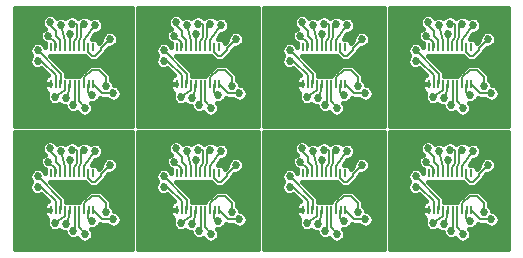
<source format=gbl>
G75*
%MOIN*%
%OFA0B0*%
%FSLAX25Y25*%
%IPPOS*%
%LPD*%
%AMOC8*
5,1,8,0,0,1.08239X$1,22.5*
%
%ADD10R,0.00787X0.02756*%
%ADD11C,0.00600*%
%ADD12C,0.02700*%
%ADD13C,0.01600*%
D10*
X0015827Y0017000D03*
X0017402Y0017000D03*
X0018976Y0017000D03*
X0020551Y0017000D03*
X0022126Y0017000D03*
X0023701Y0017000D03*
X0025276Y0017000D03*
X0026850Y0017000D03*
X0028425Y0017000D03*
X0030000Y0017000D03*
X0030000Y0029126D03*
X0028346Y0029126D03*
X0026772Y0029126D03*
X0025197Y0029126D03*
X0023622Y0029126D03*
X0022047Y0029126D03*
X0020472Y0029126D03*
X0018898Y0029126D03*
X0017323Y0029126D03*
X0015748Y0029126D03*
X0057748Y0029126D03*
X0059323Y0029126D03*
X0060898Y0029126D03*
X0062472Y0029126D03*
X0064047Y0029126D03*
X0065622Y0029126D03*
X0067197Y0029126D03*
X0068772Y0029126D03*
X0070346Y0029126D03*
X0072000Y0029126D03*
X0072000Y0017000D03*
X0070425Y0017000D03*
X0068850Y0017000D03*
X0067276Y0017000D03*
X0065701Y0017000D03*
X0064126Y0017000D03*
X0062551Y0017000D03*
X0060976Y0017000D03*
X0059402Y0017000D03*
X0057827Y0017000D03*
X0099748Y0029126D03*
X0101323Y0029126D03*
X0102898Y0029126D03*
X0104472Y0029126D03*
X0106047Y0029126D03*
X0107622Y0029126D03*
X0109197Y0029126D03*
X0110772Y0029126D03*
X0112346Y0029126D03*
X0114000Y0029126D03*
X0114000Y0017000D03*
X0112425Y0017000D03*
X0110850Y0017000D03*
X0109276Y0017000D03*
X0107701Y0017000D03*
X0106126Y0017000D03*
X0104551Y0017000D03*
X0102976Y0017000D03*
X0101402Y0017000D03*
X0099827Y0017000D03*
X0141827Y0017000D03*
X0143402Y0017000D03*
X0144976Y0017000D03*
X0146551Y0017000D03*
X0148126Y0017000D03*
X0149701Y0017000D03*
X0151276Y0017000D03*
X0152850Y0017000D03*
X0154425Y0017000D03*
X0156000Y0017000D03*
X0156000Y0029126D03*
X0154346Y0029126D03*
X0152772Y0029126D03*
X0151197Y0029126D03*
X0149622Y0029126D03*
X0148047Y0029126D03*
X0146472Y0029126D03*
X0144898Y0029126D03*
X0143323Y0029126D03*
X0141748Y0029126D03*
X0141827Y0059000D03*
X0143402Y0059000D03*
X0144976Y0059000D03*
X0146551Y0059000D03*
X0148126Y0059000D03*
X0149701Y0059000D03*
X0151276Y0059000D03*
X0152850Y0059000D03*
X0154425Y0059000D03*
X0156000Y0059000D03*
X0156000Y0071126D03*
X0154346Y0071126D03*
X0152772Y0071126D03*
X0151197Y0071126D03*
X0149622Y0071126D03*
X0148047Y0071126D03*
X0146472Y0071126D03*
X0144898Y0071126D03*
X0143323Y0071126D03*
X0141748Y0071126D03*
X0114000Y0071126D03*
X0112346Y0071126D03*
X0110772Y0071126D03*
X0109197Y0071126D03*
X0107622Y0071126D03*
X0106047Y0071126D03*
X0104472Y0071126D03*
X0102898Y0071126D03*
X0101323Y0071126D03*
X0099748Y0071126D03*
X0099827Y0059000D03*
X0101402Y0059000D03*
X0102976Y0059000D03*
X0104551Y0059000D03*
X0106126Y0059000D03*
X0107701Y0059000D03*
X0109276Y0059000D03*
X0110850Y0059000D03*
X0112425Y0059000D03*
X0114000Y0059000D03*
X0072000Y0059000D03*
X0070425Y0059000D03*
X0068850Y0059000D03*
X0067276Y0059000D03*
X0065701Y0059000D03*
X0064126Y0059000D03*
X0062551Y0059000D03*
X0060976Y0059000D03*
X0059402Y0059000D03*
X0057827Y0059000D03*
X0057748Y0071126D03*
X0059323Y0071126D03*
X0060898Y0071126D03*
X0062472Y0071126D03*
X0064047Y0071126D03*
X0065622Y0071126D03*
X0067197Y0071126D03*
X0068772Y0071126D03*
X0070346Y0071126D03*
X0072000Y0071126D03*
X0030000Y0071126D03*
X0028346Y0071126D03*
X0026772Y0071126D03*
X0025197Y0071126D03*
X0023622Y0071126D03*
X0022047Y0071126D03*
X0020472Y0071126D03*
X0018898Y0071126D03*
X0017323Y0071126D03*
X0015748Y0071126D03*
X0015827Y0059000D03*
X0017402Y0059000D03*
X0018976Y0059000D03*
X0020551Y0059000D03*
X0022126Y0059000D03*
X0023701Y0059000D03*
X0025276Y0059000D03*
X0026850Y0059000D03*
X0028425Y0059000D03*
X0030000Y0059000D03*
D11*
X0030000Y0058800D01*
X0033000Y0055800D01*
X0036600Y0055800D01*
X0034200Y0058200D02*
X0034200Y0061200D01*
X0031800Y0063600D01*
X0029400Y0063600D01*
X0027000Y0061200D01*
X0027000Y0059400D01*
X0026850Y0059000D01*
X0028200Y0058800D02*
X0028425Y0059000D01*
X0028200Y0058800D02*
X0028200Y0056400D01*
X0029400Y0055200D01*
X0025200Y0053400D02*
X0027100Y0050800D01*
X0023875Y0052000D02*
X0023700Y0052000D01*
X0023300Y0052000D01*
X0023700Y0052000D02*
X0023700Y0058799D01*
X0023701Y0059000D01*
X0025200Y0058800D02*
X0025276Y0059000D01*
X0025200Y0058800D02*
X0025200Y0053400D01*
X0022000Y0056500D02*
X0020700Y0054200D01*
X0022000Y0056500D02*
X0022000Y0058800D01*
X0022200Y0058800D01*
X0022126Y0059000D01*
X0020551Y0059000D02*
X0020400Y0058800D01*
X0020400Y0057000D01*
X0017100Y0054700D01*
X0015600Y0058800D02*
X0013800Y0058800D01*
X0013200Y0058200D01*
X0015600Y0058800D02*
X0015827Y0059000D01*
X0017402Y0059000D02*
X0017400Y0059400D01*
X0017400Y0061800D01*
X0012600Y0066600D01*
X0011400Y0066600D01*
X0011400Y0070200D02*
X0019200Y0062400D01*
X0019200Y0059400D01*
X0018976Y0059000D01*
X0029400Y0068400D02*
X0030600Y0068400D01*
X0032400Y0070200D01*
X0032400Y0070800D01*
X0035400Y0073800D01*
X0028346Y0071126D02*
X0028200Y0070800D01*
X0028200Y0069600D01*
X0029400Y0068400D01*
X0026772Y0071126D02*
X0027000Y0071400D01*
X0027000Y0073500D01*
X0030500Y0078500D01*
X0027000Y0079000D02*
X0026000Y0079000D01*
X0026000Y0074500D01*
X0025197Y0073126D01*
X0025197Y0071126D01*
X0023622Y0071126D02*
X0023600Y0070800D01*
X0023600Y0072900D01*
X0024500Y0074600D01*
X0024500Y0079100D01*
X0022800Y0079100D01*
X0019100Y0078500D02*
X0020400Y0073200D01*
X0020400Y0071400D01*
X0020472Y0071126D01*
X0019000Y0071126D02*
X0019000Y0073500D01*
X0017500Y0075000D01*
X0017500Y0076500D01*
X0015500Y0078500D01*
X0015500Y0079500D01*
X0015000Y0075000D02*
X0017400Y0072600D01*
X0017400Y0071400D01*
X0017323Y0071126D01*
X0018898Y0071126D02*
X0019000Y0071126D01*
X0022047Y0071126D02*
X0022200Y0071400D01*
X0022200Y0075500D01*
X0053400Y0070200D02*
X0061200Y0062400D01*
X0061200Y0059400D01*
X0060976Y0059000D01*
X0062400Y0058800D02*
X0062551Y0059000D01*
X0062400Y0058800D02*
X0062400Y0057000D01*
X0059100Y0054700D01*
X0062700Y0054200D02*
X0064000Y0056500D01*
X0064000Y0058800D01*
X0064200Y0058800D01*
X0064126Y0059000D01*
X0065701Y0059000D02*
X0065700Y0058799D01*
X0065700Y0052000D01*
X0065300Y0052000D01*
X0065700Y0052000D02*
X0065875Y0052000D01*
X0067200Y0053400D02*
X0069100Y0050800D01*
X0067200Y0053400D02*
X0067200Y0058800D01*
X0067276Y0059000D01*
X0068850Y0059000D02*
X0069000Y0059400D01*
X0069000Y0061200D01*
X0071400Y0063600D01*
X0073800Y0063600D01*
X0076200Y0061200D01*
X0076200Y0058200D01*
X0075000Y0055800D02*
X0078600Y0055800D01*
X0075000Y0055800D02*
X0072000Y0058800D01*
X0072000Y0059000D01*
X0070425Y0059000D02*
X0070200Y0058800D01*
X0070200Y0056400D01*
X0071400Y0055200D01*
X0059402Y0059000D02*
X0059400Y0059400D01*
X0059400Y0061800D01*
X0054600Y0066600D01*
X0053400Y0066600D01*
X0059323Y0071126D02*
X0059400Y0071400D01*
X0059400Y0072600D01*
X0057000Y0075000D01*
X0059500Y0075000D02*
X0059500Y0076500D01*
X0057500Y0078500D01*
X0057500Y0079500D01*
X0061100Y0078500D02*
X0062400Y0073200D01*
X0062400Y0071400D01*
X0062472Y0071126D01*
X0061000Y0071126D02*
X0061000Y0073500D01*
X0059500Y0075000D01*
X0064200Y0075500D02*
X0064200Y0071400D01*
X0064047Y0071126D01*
X0065622Y0071126D02*
X0065600Y0070800D01*
X0065600Y0072900D01*
X0066500Y0074600D01*
X0066500Y0079100D01*
X0064800Y0079100D01*
X0068000Y0079000D02*
X0069000Y0079000D01*
X0068000Y0079000D02*
X0068000Y0074500D01*
X0067197Y0073126D01*
X0067197Y0071126D01*
X0068772Y0071126D02*
X0069000Y0071400D01*
X0069000Y0073500D01*
X0072500Y0078500D01*
X0077400Y0073800D02*
X0074400Y0070800D01*
X0074400Y0070200D01*
X0072600Y0068400D01*
X0071400Y0068400D01*
X0070200Y0069600D01*
X0070200Y0070800D01*
X0070346Y0071126D01*
X0061000Y0071126D02*
X0060898Y0071126D01*
X0057827Y0059000D02*
X0057600Y0058800D01*
X0055800Y0058800D01*
X0055200Y0058200D01*
X0095400Y0066600D02*
X0096600Y0066600D01*
X0101400Y0061800D01*
X0101400Y0059400D01*
X0101402Y0059000D01*
X0102976Y0059000D02*
X0103200Y0059400D01*
X0103200Y0062400D01*
X0095400Y0070200D01*
X0101323Y0071126D02*
X0101400Y0071400D01*
X0101400Y0072600D01*
X0099000Y0075000D01*
X0101500Y0075000D02*
X0103000Y0073500D01*
X0103000Y0071126D01*
X0102898Y0071126D01*
X0104400Y0071400D02*
X0104472Y0071126D01*
X0104400Y0071400D02*
X0104400Y0073200D01*
X0103100Y0078500D01*
X0101500Y0076500D02*
X0099500Y0078500D01*
X0099500Y0079500D01*
X0101500Y0076500D02*
X0101500Y0075000D01*
X0106200Y0075500D02*
X0106200Y0071400D01*
X0106047Y0071126D01*
X0107622Y0071126D02*
X0107600Y0070800D01*
X0107600Y0072900D01*
X0108500Y0074600D01*
X0108500Y0079100D01*
X0106800Y0079100D01*
X0110000Y0079000D02*
X0111000Y0079000D01*
X0110000Y0079000D02*
X0110000Y0074500D01*
X0109197Y0073126D01*
X0109197Y0071126D01*
X0110772Y0071126D02*
X0111000Y0071400D01*
X0111000Y0073500D01*
X0114500Y0078500D01*
X0119400Y0073800D02*
X0116400Y0070800D01*
X0116400Y0070200D01*
X0114600Y0068400D01*
X0113400Y0068400D01*
X0112200Y0069600D01*
X0112200Y0070800D01*
X0112346Y0071126D01*
X0113400Y0063600D02*
X0115800Y0063600D01*
X0118200Y0061200D01*
X0118200Y0058200D01*
X0117000Y0055800D02*
X0114000Y0058800D01*
X0114000Y0059000D01*
X0112425Y0059000D02*
X0112200Y0058800D01*
X0112200Y0056400D01*
X0113400Y0055200D01*
X0109200Y0053400D02*
X0111100Y0050800D01*
X0107875Y0052000D02*
X0107700Y0052000D01*
X0107300Y0052000D01*
X0107700Y0052000D02*
X0107700Y0058799D01*
X0107701Y0059000D01*
X0109200Y0058800D02*
X0109276Y0059000D01*
X0109200Y0058800D02*
X0109200Y0053400D01*
X0106000Y0056500D02*
X0104700Y0054200D01*
X0104400Y0057000D02*
X0101100Y0054700D01*
X0104400Y0057000D02*
X0104400Y0058800D01*
X0104551Y0059000D01*
X0106000Y0058800D02*
X0106200Y0058800D01*
X0106126Y0059000D01*
X0106000Y0058800D02*
X0106000Y0056500D01*
X0110850Y0059000D02*
X0111000Y0059400D01*
X0111000Y0061200D01*
X0113400Y0063600D01*
X0099827Y0059000D02*
X0099600Y0058800D01*
X0097800Y0058800D01*
X0097200Y0058200D01*
X0117000Y0055800D02*
X0120600Y0055800D01*
X0139200Y0058200D02*
X0139800Y0058800D01*
X0141600Y0058800D01*
X0141827Y0059000D01*
X0143402Y0059000D02*
X0143400Y0059400D01*
X0143400Y0061800D01*
X0138600Y0066600D01*
X0137400Y0066600D01*
X0137400Y0070200D02*
X0145200Y0062400D01*
X0145200Y0059400D01*
X0144976Y0059000D01*
X0146400Y0058800D02*
X0146551Y0059000D01*
X0146400Y0058800D02*
X0146400Y0057000D01*
X0143100Y0054700D01*
X0146700Y0054200D02*
X0148000Y0056500D01*
X0148000Y0058800D01*
X0148200Y0058800D01*
X0148126Y0059000D01*
X0149701Y0059000D02*
X0149700Y0058799D01*
X0149700Y0052000D01*
X0149300Y0052000D01*
X0149700Y0052000D02*
X0149875Y0052000D01*
X0151200Y0053400D02*
X0153100Y0050800D01*
X0151200Y0053400D02*
X0151200Y0058800D01*
X0151276Y0059000D01*
X0152850Y0059000D02*
X0153000Y0059400D01*
X0153000Y0061200D01*
X0155400Y0063600D01*
X0157800Y0063600D01*
X0160200Y0061200D01*
X0160200Y0058200D01*
X0159000Y0055800D02*
X0162600Y0055800D01*
X0159000Y0055800D02*
X0156000Y0058800D01*
X0156000Y0059000D01*
X0154425Y0059000D02*
X0154200Y0058800D01*
X0154200Y0056400D01*
X0155400Y0055200D01*
X0155400Y0068400D02*
X0156600Y0068400D01*
X0158400Y0070200D01*
X0158400Y0070800D01*
X0161400Y0073800D01*
X0154346Y0071126D02*
X0154200Y0070800D01*
X0154200Y0069600D01*
X0155400Y0068400D01*
X0152772Y0071126D02*
X0153000Y0071400D01*
X0153000Y0073500D01*
X0156500Y0078500D01*
X0153000Y0079000D02*
X0152000Y0079000D01*
X0152000Y0074500D01*
X0151197Y0073126D01*
X0151197Y0071126D01*
X0149622Y0071126D02*
X0149600Y0070800D01*
X0149600Y0072900D01*
X0150500Y0074600D01*
X0150500Y0079100D01*
X0148800Y0079100D01*
X0145100Y0078500D02*
X0146400Y0073200D01*
X0146400Y0071400D01*
X0146472Y0071126D01*
X0145000Y0071126D02*
X0145000Y0073500D01*
X0143500Y0075000D01*
X0143500Y0076500D01*
X0141500Y0078500D01*
X0141500Y0079500D01*
X0141000Y0075000D02*
X0143400Y0072600D01*
X0143400Y0071400D01*
X0143323Y0071126D01*
X0144898Y0071126D02*
X0145000Y0071126D01*
X0148047Y0071126D02*
X0148200Y0071400D01*
X0148200Y0075500D01*
X0148800Y0037100D02*
X0150500Y0037100D01*
X0150500Y0032600D01*
X0149600Y0030900D01*
X0149600Y0028800D01*
X0149622Y0029126D01*
X0148200Y0029400D02*
X0148047Y0029126D01*
X0148200Y0029400D02*
X0148200Y0033500D01*
X0151197Y0031126D02*
X0152000Y0032500D01*
X0152000Y0037000D01*
X0153000Y0037000D01*
X0156500Y0036500D02*
X0153000Y0031500D01*
X0153000Y0029400D01*
X0152772Y0029126D01*
X0154200Y0028800D02*
X0154346Y0029126D01*
X0154200Y0028800D02*
X0154200Y0027600D01*
X0155400Y0026400D01*
X0156600Y0026400D01*
X0158400Y0028200D01*
X0158400Y0028800D01*
X0161400Y0031800D01*
X0151197Y0031126D02*
X0151197Y0029126D01*
X0146472Y0029126D02*
X0146400Y0029400D01*
X0146400Y0031200D01*
X0145100Y0036500D01*
X0143500Y0034500D02*
X0141500Y0036500D01*
X0141500Y0037500D01*
X0143500Y0034500D02*
X0143500Y0033000D01*
X0145000Y0031500D01*
X0145000Y0029126D01*
X0144898Y0029126D01*
X0143400Y0029400D02*
X0143400Y0030600D01*
X0141000Y0033000D01*
X0143400Y0029400D02*
X0143323Y0029126D01*
X0137400Y0028200D02*
X0145200Y0020400D01*
X0145200Y0017400D01*
X0144976Y0017000D01*
X0146400Y0016800D02*
X0146551Y0017000D01*
X0146400Y0016800D02*
X0146400Y0015000D01*
X0143100Y0012700D01*
X0146700Y0012200D02*
X0148000Y0014500D01*
X0148000Y0016800D01*
X0148200Y0016800D01*
X0148126Y0017000D01*
X0149701Y0017000D02*
X0149700Y0016799D01*
X0149700Y0010000D01*
X0149300Y0010000D01*
X0149700Y0010000D02*
X0149875Y0010000D01*
X0151200Y0011400D02*
X0153100Y0008800D01*
X0151200Y0011400D02*
X0151200Y0016800D01*
X0151276Y0017000D01*
X0152850Y0017000D02*
X0153000Y0017400D01*
X0153000Y0019200D01*
X0155400Y0021600D01*
X0157800Y0021600D01*
X0160200Y0019200D01*
X0160200Y0016200D01*
X0159000Y0013800D02*
X0162600Y0013800D01*
X0159000Y0013800D02*
X0156000Y0016800D01*
X0156000Y0017000D01*
X0154425Y0017000D02*
X0154200Y0016800D01*
X0154200Y0014400D01*
X0155400Y0013200D01*
X0143402Y0017000D02*
X0143400Y0017400D01*
X0143400Y0019800D01*
X0138600Y0024600D01*
X0137400Y0024600D01*
X0139800Y0016800D02*
X0139200Y0016200D01*
X0139800Y0016800D02*
X0141600Y0016800D01*
X0141827Y0017000D01*
X0120600Y0013800D02*
X0117000Y0013800D01*
X0114000Y0016800D01*
X0114000Y0017000D01*
X0112425Y0017000D02*
X0112200Y0016800D01*
X0112200Y0014400D01*
X0113400Y0013200D01*
X0109200Y0011400D02*
X0111100Y0008800D01*
X0109200Y0011400D02*
X0109200Y0016800D01*
X0109276Y0017000D01*
X0110850Y0017000D02*
X0111000Y0017400D01*
X0111000Y0019200D01*
X0113400Y0021600D01*
X0115800Y0021600D01*
X0118200Y0019200D01*
X0118200Y0016200D01*
X0107700Y0016799D02*
X0107700Y0010000D01*
X0107300Y0010000D01*
X0107700Y0010000D02*
X0107875Y0010000D01*
X0104700Y0012200D02*
X0106000Y0014500D01*
X0106000Y0016800D01*
X0106200Y0016800D01*
X0106126Y0017000D01*
X0107701Y0017000D02*
X0107700Y0016799D01*
X0104551Y0017000D02*
X0104400Y0016800D01*
X0104400Y0015000D01*
X0101100Y0012700D01*
X0097200Y0016200D02*
X0097800Y0016800D01*
X0099600Y0016800D01*
X0099827Y0017000D01*
X0101402Y0017000D02*
X0101400Y0017400D01*
X0101400Y0019800D01*
X0096600Y0024600D01*
X0095400Y0024600D01*
X0095400Y0028200D02*
X0103200Y0020400D01*
X0103200Y0017400D01*
X0102976Y0017000D01*
X0113400Y0026400D02*
X0114600Y0026400D01*
X0116400Y0028200D01*
X0116400Y0028800D01*
X0119400Y0031800D01*
X0112346Y0029126D02*
X0112200Y0028800D01*
X0112200Y0027600D01*
X0113400Y0026400D01*
X0110772Y0029126D02*
X0111000Y0029400D01*
X0111000Y0031500D01*
X0114500Y0036500D01*
X0111000Y0037000D02*
X0110000Y0037000D01*
X0110000Y0032500D01*
X0109197Y0031126D01*
X0109197Y0029126D01*
X0107622Y0029126D02*
X0107600Y0028800D01*
X0107600Y0030900D01*
X0108500Y0032600D01*
X0108500Y0037100D01*
X0106800Y0037100D01*
X0103100Y0036500D02*
X0104400Y0031200D01*
X0104400Y0029400D01*
X0104472Y0029126D01*
X0103000Y0029126D02*
X0103000Y0031500D01*
X0101500Y0033000D01*
X0101500Y0034500D01*
X0099500Y0036500D01*
X0099500Y0037500D01*
X0106200Y0033500D02*
X0106200Y0029400D01*
X0106047Y0029126D01*
X0103000Y0029126D02*
X0102898Y0029126D01*
X0101400Y0029400D02*
X0101400Y0030600D01*
X0099000Y0033000D01*
X0101400Y0029400D02*
X0101323Y0029126D01*
X0077400Y0031800D02*
X0074400Y0028800D01*
X0074400Y0028200D01*
X0072600Y0026400D01*
X0071400Y0026400D01*
X0070200Y0027600D01*
X0070200Y0028800D01*
X0070346Y0029126D01*
X0069000Y0029400D02*
X0068772Y0029126D01*
X0069000Y0029400D02*
X0069000Y0031500D01*
X0072500Y0036500D01*
X0069000Y0037000D02*
X0068000Y0037000D01*
X0068000Y0032500D01*
X0067197Y0031126D01*
X0067197Y0029126D01*
X0065622Y0029126D02*
X0065600Y0028800D01*
X0065600Y0030900D01*
X0066500Y0032600D01*
X0066500Y0037100D01*
X0064800Y0037100D01*
X0061100Y0036500D02*
X0062400Y0031200D01*
X0062400Y0029400D01*
X0062472Y0029126D01*
X0061000Y0029126D02*
X0061000Y0031500D01*
X0059500Y0033000D01*
X0059500Y0034500D01*
X0057500Y0036500D01*
X0057500Y0037500D01*
X0064200Y0033500D02*
X0064200Y0029400D01*
X0064047Y0029126D01*
X0061000Y0029126D02*
X0060898Y0029126D01*
X0059400Y0029400D02*
X0059400Y0030600D01*
X0057000Y0033000D01*
X0059400Y0029400D02*
X0059323Y0029126D01*
X0053400Y0028200D02*
X0061200Y0020400D01*
X0061200Y0017400D01*
X0060976Y0017000D01*
X0062400Y0016800D02*
X0062551Y0017000D01*
X0062400Y0016800D02*
X0062400Y0015000D01*
X0059100Y0012700D01*
X0062700Y0012200D02*
X0064000Y0014500D01*
X0064000Y0016800D01*
X0064200Y0016800D01*
X0064126Y0017000D01*
X0065701Y0017000D02*
X0065700Y0016799D01*
X0065700Y0010000D01*
X0065300Y0010000D01*
X0065700Y0010000D02*
X0065875Y0010000D01*
X0067200Y0011400D02*
X0069100Y0008800D01*
X0067200Y0011400D02*
X0067200Y0016800D01*
X0067276Y0017000D01*
X0068850Y0017000D02*
X0069000Y0017400D01*
X0069000Y0019200D01*
X0071400Y0021600D01*
X0073800Y0021600D01*
X0076200Y0019200D01*
X0076200Y0016200D01*
X0075000Y0013800D02*
X0078600Y0013800D01*
X0075000Y0013800D02*
X0072000Y0016800D01*
X0072000Y0017000D01*
X0070425Y0017000D02*
X0070200Y0016800D01*
X0070200Y0014400D01*
X0071400Y0013200D01*
X0059402Y0017000D02*
X0059400Y0017400D01*
X0059400Y0019800D01*
X0054600Y0024600D01*
X0053400Y0024600D01*
X0055800Y0016800D02*
X0055200Y0016200D01*
X0055800Y0016800D02*
X0057600Y0016800D01*
X0057827Y0017000D01*
X0036600Y0013800D02*
X0033000Y0013800D01*
X0030000Y0016800D01*
X0030000Y0017000D01*
X0028425Y0017000D02*
X0028200Y0016800D01*
X0028200Y0014400D01*
X0029400Y0013200D01*
X0025200Y0011400D02*
X0027100Y0008800D01*
X0025200Y0011400D02*
X0025200Y0016800D01*
X0025276Y0017000D01*
X0026850Y0017000D02*
X0027000Y0017400D01*
X0027000Y0019200D01*
X0029400Y0021600D01*
X0031800Y0021600D01*
X0034200Y0019200D01*
X0034200Y0016200D01*
X0023700Y0016799D02*
X0023700Y0010000D01*
X0023300Y0010000D01*
X0023700Y0010000D02*
X0023875Y0010000D01*
X0020700Y0012200D02*
X0022000Y0014500D01*
X0022000Y0016800D01*
X0022200Y0016800D01*
X0022126Y0017000D01*
X0023701Y0017000D02*
X0023700Y0016799D01*
X0020551Y0017000D02*
X0020400Y0016800D01*
X0020400Y0015000D01*
X0017100Y0012700D01*
X0013200Y0016200D02*
X0013800Y0016800D01*
X0015600Y0016800D01*
X0015827Y0017000D01*
X0017402Y0017000D02*
X0017400Y0017400D01*
X0017400Y0019800D01*
X0012600Y0024600D01*
X0011400Y0024600D01*
X0011400Y0028200D02*
X0019200Y0020400D01*
X0019200Y0017400D01*
X0018976Y0017000D01*
X0029400Y0026400D02*
X0030600Y0026400D01*
X0032400Y0028200D01*
X0032400Y0028800D01*
X0035400Y0031800D01*
X0028346Y0029126D02*
X0028200Y0028800D01*
X0028200Y0027600D01*
X0029400Y0026400D01*
X0026772Y0029126D02*
X0027000Y0029400D01*
X0027000Y0031500D01*
X0030500Y0036500D01*
X0027000Y0037000D02*
X0026000Y0037000D01*
X0026000Y0032500D01*
X0025197Y0031126D01*
X0025197Y0029126D01*
X0023622Y0029126D02*
X0023600Y0028800D01*
X0023600Y0030900D01*
X0024500Y0032600D01*
X0024500Y0037100D01*
X0022800Y0037100D01*
X0019100Y0036500D02*
X0020400Y0031200D01*
X0020400Y0029400D01*
X0020472Y0029126D01*
X0019000Y0029126D02*
X0019000Y0031500D01*
X0017500Y0033000D01*
X0017500Y0034500D01*
X0015500Y0036500D01*
X0015500Y0037500D01*
X0022200Y0033500D02*
X0022200Y0029400D01*
X0022047Y0029126D01*
X0019000Y0029126D02*
X0018898Y0029126D01*
X0017400Y0029400D02*
X0017323Y0029126D01*
X0017400Y0029400D02*
X0017400Y0030600D01*
X0015000Y0033000D01*
D12*
X0015000Y0033000D03*
X0019100Y0036500D03*
X0015500Y0037500D03*
X0022800Y0037100D03*
X0027000Y0037000D03*
X0030500Y0036500D03*
X0035400Y0031800D03*
X0022200Y0033500D03*
X0011400Y0028200D03*
X0011400Y0024600D03*
X0013200Y0016200D03*
X0017100Y0012700D03*
X0020700Y0012200D03*
X0023300Y0010000D03*
X0027100Y0008800D03*
X0029400Y0013200D03*
X0034200Y0016200D03*
X0036600Y0013800D03*
X0055200Y0016200D03*
X0059100Y0012700D03*
X0062700Y0012200D03*
X0065300Y0010000D03*
X0069100Y0008800D03*
X0071400Y0013200D03*
X0076200Y0016200D03*
X0078600Y0013800D03*
X0097200Y0016200D03*
X0101100Y0012700D03*
X0104700Y0012200D03*
X0107300Y0010000D03*
X0111100Y0008800D03*
X0113400Y0013200D03*
X0118200Y0016200D03*
X0120600Y0013800D03*
X0139200Y0016200D03*
X0143100Y0012700D03*
X0146700Y0012200D03*
X0149300Y0010000D03*
X0153100Y0008800D03*
X0155400Y0013200D03*
X0160200Y0016200D03*
X0162600Y0013800D03*
X0137400Y0024600D03*
X0137400Y0028200D03*
X0141000Y0033000D03*
X0145100Y0036500D03*
X0141500Y0037500D03*
X0148800Y0037100D03*
X0153000Y0037000D03*
X0156500Y0036500D03*
X0148200Y0033500D03*
X0161400Y0031800D03*
X0153100Y0050800D03*
X0149300Y0052000D03*
X0146700Y0054200D03*
X0143100Y0054700D03*
X0139200Y0058200D03*
X0137400Y0066600D03*
X0137400Y0070200D03*
X0141000Y0075000D03*
X0145100Y0078500D03*
X0141500Y0079500D03*
X0148800Y0079100D03*
X0153000Y0079000D03*
X0156500Y0078500D03*
X0148200Y0075500D03*
X0161400Y0073800D03*
X0160200Y0058200D03*
X0162600Y0055800D03*
X0155400Y0055200D03*
X0120600Y0055800D03*
X0118200Y0058200D03*
X0113400Y0055200D03*
X0107300Y0052000D03*
X0104700Y0054200D03*
X0101100Y0054700D03*
X0097200Y0058200D03*
X0095400Y0066600D03*
X0095400Y0070200D03*
X0099000Y0075000D03*
X0103100Y0078500D03*
X0099500Y0079500D03*
X0106800Y0079100D03*
X0111000Y0079000D03*
X0114500Y0078500D03*
X0106200Y0075500D03*
X0119400Y0073800D03*
X0077400Y0073800D03*
X0072500Y0078500D03*
X0069000Y0079000D03*
X0064800Y0079100D03*
X0061100Y0078500D03*
X0057500Y0079500D03*
X0057000Y0075000D03*
X0064200Y0075500D03*
X0053400Y0070200D03*
X0053400Y0066600D03*
X0055200Y0058200D03*
X0059100Y0054700D03*
X0062700Y0054200D03*
X0065300Y0052000D03*
X0069100Y0050800D03*
X0071400Y0055200D03*
X0076200Y0058200D03*
X0078600Y0055800D03*
X0111100Y0050800D03*
X0111000Y0037000D03*
X0114500Y0036500D03*
X0106800Y0037100D03*
X0103100Y0036500D03*
X0099500Y0037500D03*
X0106200Y0033500D03*
X0099000Y0033000D03*
X0095400Y0028200D03*
X0095400Y0024600D03*
X0077400Y0031800D03*
X0072500Y0036500D03*
X0069000Y0037000D03*
X0064800Y0037100D03*
X0061100Y0036500D03*
X0057500Y0037500D03*
X0064200Y0033500D03*
X0057000Y0033000D03*
X0053400Y0028200D03*
X0053400Y0024600D03*
X0027100Y0050800D03*
X0023300Y0052000D03*
X0020700Y0054200D03*
X0017100Y0054700D03*
X0013200Y0058200D03*
X0011400Y0066600D03*
X0011400Y0070200D03*
X0015000Y0075000D03*
X0019100Y0078500D03*
X0015500Y0079500D03*
X0022800Y0079100D03*
X0027000Y0079000D03*
X0030500Y0078500D03*
X0022200Y0075500D03*
X0035400Y0073800D03*
X0034200Y0058200D03*
X0036600Y0055800D03*
X0029400Y0055200D03*
X0119400Y0031800D03*
D13*
X0003800Y0043000D02*
X0003800Y0003800D01*
X0043000Y0003800D01*
X0043000Y0043000D01*
X0003800Y0043000D01*
X0003800Y0041647D02*
X0043000Y0041647D01*
X0045000Y0041647D02*
X0085000Y0041647D01*
X0085000Y0043000D02*
X0085000Y0003800D01*
X0045000Y0003800D01*
X0045000Y0043000D01*
X0085000Y0043000D01*
X0087000Y0043000D02*
X0087000Y0003800D01*
X0127000Y0003800D01*
X0127000Y0043000D01*
X0087000Y0043000D01*
X0087000Y0041647D02*
X0127000Y0041647D01*
X0127000Y0040048D02*
X0100534Y0040048D01*
X0100047Y0040250D02*
X0098953Y0040250D01*
X0097942Y0039831D01*
X0097169Y0039058D01*
X0096750Y0038047D01*
X0096750Y0036953D01*
X0097169Y0035942D01*
X0097681Y0035430D01*
X0097442Y0035331D01*
X0096669Y0034558D01*
X0096250Y0033547D01*
X0096250Y0032453D01*
X0096669Y0031442D01*
X0097442Y0030669D01*
X0097954Y0030457D01*
X0097954Y0029219D01*
X0097731Y0029758D01*
X0096958Y0030531D01*
X0095947Y0030950D01*
X0094853Y0030950D01*
X0093842Y0030531D01*
X0093069Y0029758D01*
X0092650Y0028747D01*
X0092650Y0027653D01*
X0093069Y0026642D01*
X0093311Y0026400D01*
X0093069Y0026158D01*
X0092650Y0025147D01*
X0092650Y0024053D01*
X0093069Y0023042D01*
X0093842Y0022269D01*
X0094853Y0021850D01*
X0095947Y0021850D01*
X0096653Y0022143D01*
X0098740Y0020056D01*
X0098738Y0020055D01*
X0098328Y0019818D01*
X0097993Y0019483D01*
X0097756Y0019073D01*
X0097633Y0018615D01*
X0097633Y0017000D01*
X0099608Y0017000D01*
X0099608Y0017000D01*
X0097633Y0017000D01*
X0097633Y0015385D01*
X0097756Y0014927D01*
X0097993Y0014517D01*
X0098328Y0014182D01*
X0098658Y0013991D01*
X0098350Y0013247D01*
X0098350Y0012153D01*
X0098769Y0011142D01*
X0099542Y0010369D01*
X0100553Y0009950D01*
X0101647Y0009950D01*
X0102647Y0010364D01*
X0103142Y0009869D01*
X0104153Y0009450D01*
X0104551Y0009450D01*
X0104969Y0008442D01*
X0105742Y0007669D01*
X0106753Y0007250D01*
X0107847Y0007250D01*
X0108631Y0007575D01*
X0108769Y0007242D01*
X0109542Y0006469D01*
X0110553Y0006050D01*
X0111647Y0006050D01*
X0112658Y0006469D01*
X0113431Y0007242D01*
X0113850Y0008253D01*
X0113850Y0009347D01*
X0113431Y0010358D01*
X0113339Y0010450D01*
X0113947Y0010450D01*
X0114958Y0010869D01*
X0115731Y0011642D01*
X0116031Y0012365D01*
X0116296Y0012100D01*
X0118411Y0012100D01*
X0119042Y0011469D01*
X0120053Y0011050D01*
X0121147Y0011050D01*
X0122158Y0011469D01*
X0122931Y0012242D01*
X0123350Y0013253D01*
X0123350Y0014347D01*
X0122931Y0015358D01*
X0122158Y0016131D01*
X0121147Y0016550D01*
X0120950Y0016550D01*
X0120950Y0016747D01*
X0120531Y0017758D01*
X0119900Y0018389D01*
X0119900Y0019904D01*
X0116504Y0023300D01*
X0112696Y0023300D01*
X0111700Y0022304D01*
X0109300Y0019904D01*
X0109300Y0019778D01*
X0104900Y0019778D01*
X0104900Y0021104D01*
X0099656Y0026348D01*
X0111048Y0026348D01*
X0111700Y0025696D01*
X0112696Y0024700D01*
X0115304Y0024700D01*
X0117104Y0026500D01*
X0118100Y0027496D01*
X0118100Y0028096D01*
X0119054Y0029050D01*
X0119947Y0029050D01*
X0120958Y0029469D01*
X0121731Y0030242D01*
X0122150Y0031253D01*
X0122150Y0032347D01*
X0121731Y0033358D01*
X0120958Y0034131D01*
X0119947Y0034550D01*
X0118853Y0034550D01*
X0117842Y0034131D01*
X0117069Y0033358D01*
X0116650Y0032347D01*
X0116650Y0031454D01*
X0115794Y0030598D01*
X0115794Y0031084D01*
X0114974Y0031904D01*
X0113358Y0031904D01*
X0114650Y0033750D01*
X0115047Y0033750D01*
X0116058Y0034169D01*
X0116831Y0034942D01*
X0117250Y0035953D01*
X0117250Y0037047D01*
X0116831Y0038058D01*
X0116058Y0038831D01*
X0115047Y0039250D01*
X0113953Y0039250D01*
X0113024Y0038865D01*
X0112558Y0039331D01*
X0111547Y0039750D01*
X0110453Y0039750D01*
X0109442Y0039331D01*
X0108950Y0038839D01*
X0108358Y0039431D01*
X0107347Y0039850D01*
X0106253Y0039850D01*
X0105242Y0039431D01*
X0104647Y0038836D01*
X0103647Y0039250D01*
X0102553Y0039250D01*
X0101869Y0038967D01*
X0101831Y0039058D01*
X0101058Y0039831D01*
X0100047Y0040250D01*
X0098466Y0040048D02*
X0087000Y0040048D01*
X0085000Y0040048D02*
X0058534Y0040048D01*
X0058047Y0040250D02*
X0059058Y0039831D01*
X0059831Y0039058D01*
X0059869Y0038967D01*
X0060553Y0039250D01*
X0061647Y0039250D01*
X0062647Y0038836D01*
X0063242Y0039431D01*
X0064253Y0039850D01*
X0065347Y0039850D01*
X0066358Y0039431D01*
X0066950Y0038839D01*
X0067442Y0039331D01*
X0068453Y0039750D01*
X0069547Y0039750D01*
X0070558Y0039331D01*
X0071024Y0038865D01*
X0071953Y0039250D01*
X0073047Y0039250D01*
X0074058Y0038831D01*
X0074831Y0038058D01*
X0075250Y0037047D01*
X0075250Y0035953D01*
X0074831Y0034942D01*
X0074058Y0034169D01*
X0073047Y0033750D01*
X0072650Y0033750D01*
X0071358Y0031904D01*
X0072974Y0031904D01*
X0073794Y0031084D01*
X0073794Y0030598D01*
X0074650Y0031454D01*
X0074650Y0032347D01*
X0075069Y0033358D01*
X0075842Y0034131D01*
X0076853Y0034550D01*
X0077947Y0034550D01*
X0078958Y0034131D01*
X0079731Y0033358D01*
X0080150Y0032347D01*
X0080150Y0031253D01*
X0079731Y0030242D01*
X0078958Y0029469D01*
X0077947Y0029050D01*
X0077054Y0029050D01*
X0076100Y0028096D01*
X0076100Y0027496D01*
X0075104Y0026500D01*
X0073304Y0024700D01*
X0070696Y0024700D01*
X0069700Y0025696D01*
X0069700Y0025696D01*
X0069496Y0025900D01*
X0069496Y0025900D01*
X0069048Y0026348D01*
X0057656Y0026348D01*
X0062900Y0021104D01*
X0062900Y0019778D01*
X0067300Y0019778D01*
X0067300Y0019904D01*
X0069700Y0022304D01*
X0070696Y0023300D01*
X0074504Y0023300D01*
X0076904Y0020900D01*
X0077900Y0019904D01*
X0077900Y0018389D01*
X0078531Y0017758D01*
X0078950Y0016747D01*
X0078950Y0016550D01*
X0079147Y0016550D01*
X0080158Y0016131D01*
X0080931Y0015358D01*
X0081350Y0014347D01*
X0081350Y0013253D01*
X0080931Y0012242D01*
X0080158Y0011469D01*
X0079147Y0011050D01*
X0078053Y0011050D01*
X0077042Y0011469D01*
X0076411Y0012100D01*
X0074296Y0012100D01*
X0074031Y0012365D01*
X0073731Y0011642D01*
X0072958Y0010869D01*
X0071947Y0010450D01*
X0071339Y0010450D01*
X0071431Y0010358D01*
X0071850Y0009347D01*
X0071850Y0008253D01*
X0071431Y0007242D01*
X0070658Y0006469D01*
X0069647Y0006050D01*
X0068553Y0006050D01*
X0067542Y0006469D01*
X0066769Y0007242D01*
X0066631Y0007575D01*
X0065847Y0007250D01*
X0064753Y0007250D01*
X0063742Y0007669D01*
X0062969Y0008442D01*
X0062551Y0009450D01*
X0062153Y0009450D01*
X0061142Y0009869D01*
X0060647Y0010364D01*
X0059647Y0009950D01*
X0058553Y0009950D01*
X0057542Y0010369D01*
X0056769Y0011142D01*
X0056350Y0012153D01*
X0056350Y0013247D01*
X0056658Y0013991D01*
X0056328Y0014182D01*
X0055993Y0014517D01*
X0055756Y0014927D01*
X0055633Y0015385D01*
X0055633Y0017000D01*
X0057608Y0017000D01*
X0057608Y0017000D01*
X0055633Y0017000D01*
X0055633Y0018615D01*
X0055756Y0019073D01*
X0055993Y0019483D01*
X0056328Y0019818D01*
X0056738Y0020055D01*
X0056740Y0020056D01*
X0054653Y0022143D01*
X0053947Y0021850D01*
X0052853Y0021850D01*
X0051842Y0022269D01*
X0051069Y0023042D01*
X0050650Y0024053D01*
X0050650Y0025147D01*
X0051069Y0026158D01*
X0051311Y0026400D01*
X0051069Y0026642D01*
X0050650Y0027653D01*
X0050650Y0028747D01*
X0051069Y0029758D01*
X0051842Y0030531D01*
X0052853Y0030950D01*
X0053947Y0030950D01*
X0054958Y0030531D01*
X0055731Y0029758D01*
X0055954Y0029219D01*
X0055954Y0030457D01*
X0055442Y0030669D01*
X0054669Y0031442D01*
X0054250Y0032453D01*
X0054250Y0033547D01*
X0054669Y0034558D01*
X0055442Y0035331D01*
X0055681Y0035430D01*
X0055169Y0035942D01*
X0054750Y0036953D01*
X0054750Y0038047D01*
X0055169Y0039058D01*
X0055942Y0039831D01*
X0056953Y0040250D01*
X0058047Y0040250D01*
X0056466Y0040048D02*
X0045000Y0040048D01*
X0043000Y0040048D02*
X0016534Y0040048D01*
X0016047Y0040250D02*
X0014953Y0040250D01*
X0013942Y0039831D01*
X0013169Y0039058D01*
X0012750Y0038047D01*
X0012750Y0036953D01*
X0013169Y0035942D01*
X0013681Y0035430D01*
X0013442Y0035331D01*
X0012669Y0034558D01*
X0012250Y0033547D01*
X0012250Y0032453D01*
X0012669Y0031442D01*
X0013442Y0030669D01*
X0013954Y0030457D01*
X0013954Y0029219D01*
X0013731Y0029758D01*
X0012958Y0030531D01*
X0011947Y0030950D01*
X0010853Y0030950D01*
X0009842Y0030531D01*
X0009069Y0029758D01*
X0008650Y0028747D01*
X0008650Y0027653D01*
X0009069Y0026642D01*
X0009311Y0026400D01*
X0009069Y0026158D01*
X0008650Y0025147D01*
X0008650Y0024053D01*
X0009069Y0023042D01*
X0009842Y0022269D01*
X0010853Y0021850D01*
X0011947Y0021850D01*
X0012653Y0022143D01*
X0014740Y0020056D01*
X0014738Y0020055D01*
X0014328Y0019818D01*
X0013993Y0019483D01*
X0013756Y0019073D01*
X0013633Y0018615D01*
X0013633Y0017000D01*
X0015608Y0017000D01*
X0015608Y0017000D01*
X0013633Y0017000D01*
X0013633Y0015385D01*
X0013756Y0014927D01*
X0013993Y0014517D01*
X0014328Y0014182D01*
X0014658Y0013991D01*
X0014350Y0013247D01*
X0014350Y0012153D01*
X0014769Y0011142D01*
X0015542Y0010369D01*
X0016553Y0009950D01*
X0017647Y0009950D01*
X0018647Y0010364D01*
X0019142Y0009869D01*
X0020153Y0009450D01*
X0020551Y0009450D01*
X0020969Y0008442D01*
X0021742Y0007669D01*
X0022753Y0007250D01*
X0023847Y0007250D01*
X0024631Y0007575D01*
X0024769Y0007242D01*
X0025542Y0006469D01*
X0026553Y0006050D01*
X0027647Y0006050D01*
X0028658Y0006469D01*
X0029431Y0007242D01*
X0029850Y0008253D01*
X0029850Y0009347D01*
X0029431Y0010358D01*
X0029339Y0010450D01*
X0029947Y0010450D01*
X0030958Y0010869D01*
X0031731Y0011642D01*
X0032031Y0012365D01*
X0032296Y0012100D01*
X0034411Y0012100D01*
X0035042Y0011469D01*
X0036053Y0011050D01*
X0037147Y0011050D01*
X0038158Y0011469D01*
X0038931Y0012242D01*
X0039350Y0013253D01*
X0039350Y0014347D01*
X0038931Y0015358D01*
X0038158Y0016131D01*
X0037147Y0016550D01*
X0036950Y0016550D01*
X0036950Y0016747D01*
X0036531Y0017758D01*
X0035900Y0018389D01*
X0035900Y0019904D01*
X0034904Y0020900D01*
X0032504Y0023300D01*
X0028696Y0023300D01*
X0027700Y0022304D01*
X0025300Y0019904D01*
X0025300Y0019778D01*
X0020900Y0019778D01*
X0020900Y0021104D01*
X0015656Y0026348D01*
X0027048Y0026348D01*
X0027700Y0025696D01*
X0028696Y0024700D01*
X0031304Y0024700D01*
X0033104Y0026500D01*
X0034100Y0027496D01*
X0034100Y0028096D01*
X0035054Y0029050D01*
X0035947Y0029050D01*
X0036958Y0029469D01*
X0037731Y0030242D01*
X0038150Y0031253D01*
X0038150Y0032347D01*
X0037731Y0033358D01*
X0036958Y0034131D01*
X0035947Y0034550D01*
X0034853Y0034550D01*
X0033842Y0034131D01*
X0033069Y0033358D01*
X0032650Y0032347D01*
X0032650Y0031454D01*
X0031794Y0030598D01*
X0031794Y0031084D01*
X0030974Y0031904D01*
X0029358Y0031904D01*
X0030650Y0033750D01*
X0031047Y0033750D01*
X0032058Y0034169D01*
X0032831Y0034942D01*
X0033250Y0035953D01*
X0033250Y0037047D01*
X0032831Y0038058D01*
X0032058Y0038831D01*
X0031047Y0039250D01*
X0029953Y0039250D01*
X0029024Y0038865D01*
X0028558Y0039331D01*
X0027547Y0039750D01*
X0026453Y0039750D01*
X0025442Y0039331D01*
X0024950Y0038839D01*
X0024358Y0039431D01*
X0023347Y0039850D01*
X0022253Y0039850D01*
X0021242Y0039431D01*
X0020647Y0038836D01*
X0019647Y0039250D01*
X0018553Y0039250D01*
X0017869Y0038967D01*
X0017831Y0039058D01*
X0017058Y0039831D01*
X0016047Y0040250D01*
X0014466Y0040048D02*
X0003800Y0040048D01*
X0003800Y0038450D02*
X0012917Y0038450D01*
X0012792Y0036851D02*
X0003800Y0036851D01*
X0003800Y0035253D02*
X0013364Y0035253D01*
X0012294Y0033654D02*
X0003800Y0033654D01*
X0003800Y0032056D02*
X0012415Y0032056D01*
X0013032Y0030457D02*
X0013953Y0030457D01*
X0009768Y0030457D02*
X0003800Y0030457D01*
X0003800Y0028859D02*
X0008696Y0028859D01*
X0008813Y0027260D02*
X0003800Y0027260D01*
X0003800Y0025662D02*
X0008863Y0025662D01*
X0008650Y0024063D02*
X0003800Y0024063D01*
X0003800Y0022465D02*
X0009646Y0022465D01*
X0013930Y0020866D02*
X0003800Y0020866D01*
X0003800Y0019268D02*
X0013868Y0019268D01*
X0013633Y0017669D02*
X0003800Y0017669D01*
X0003800Y0016070D02*
X0013633Y0016070D01*
X0014038Y0014472D02*
X0003800Y0014472D01*
X0003800Y0012873D02*
X0014350Y0012873D01*
X0014714Y0011275D02*
X0003800Y0011275D01*
X0003800Y0009676D02*
X0019606Y0009676D01*
X0021333Y0008078D02*
X0003800Y0008078D01*
X0003800Y0006479D02*
X0025531Y0006479D01*
X0028668Y0006479D02*
X0043000Y0006479D01*
X0045000Y0006479D02*
X0067531Y0006479D01*
X0070668Y0006479D02*
X0085000Y0006479D01*
X0087000Y0006479D02*
X0109531Y0006479D01*
X0112668Y0006479D02*
X0127000Y0006479D01*
X0127000Y0004881D02*
X0087000Y0004881D01*
X0085000Y0004881D02*
X0045000Y0004881D01*
X0043000Y0004881D02*
X0003800Y0004881D01*
X0029777Y0008078D02*
X0043000Y0008078D01*
X0043000Y0009676D02*
X0029714Y0009676D01*
X0031364Y0011275D02*
X0035510Y0011275D01*
X0037690Y0011275D02*
X0043000Y0011275D01*
X0045000Y0011275D02*
X0056714Y0011275D01*
X0056350Y0012873D02*
X0045000Y0012873D01*
X0043000Y0012873D02*
X0039193Y0012873D01*
X0039298Y0014472D02*
X0043000Y0014472D01*
X0045000Y0014472D02*
X0056038Y0014472D01*
X0055633Y0016070D02*
X0045000Y0016070D01*
X0043000Y0016070D02*
X0038219Y0016070D01*
X0036568Y0017669D02*
X0043000Y0017669D01*
X0043000Y0019268D02*
X0035900Y0019268D01*
X0034938Y0020866D02*
X0043000Y0020866D01*
X0045000Y0020866D02*
X0055930Y0020866D01*
X0055868Y0019268D02*
X0045000Y0019268D01*
X0045000Y0017669D02*
X0055633Y0017669D01*
X0062900Y0020866D02*
X0068262Y0020866D01*
X0069860Y0022465D02*
X0061540Y0022465D01*
X0059941Y0024063D02*
X0085000Y0024063D01*
X0087000Y0024063D02*
X0092650Y0024063D01*
X0092863Y0025662D02*
X0087000Y0025662D01*
X0087000Y0027260D02*
X0092813Y0027260D01*
X0092696Y0028859D02*
X0087000Y0028859D01*
X0085000Y0028859D02*
X0076863Y0028859D01*
X0075864Y0027260D02*
X0085000Y0027260D01*
X0085000Y0025662D02*
X0074266Y0025662D01*
X0069734Y0025662D02*
X0058343Y0025662D01*
X0051646Y0022465D02*
X0045000Y0022465D01*
X0043000Y0022465D02*
X0033340Y0022465D01*
X0027860Y0022465D02*
X0019540Y0022465D01*
X0020900Y0020866D02*
X0026262Y0020866D01*
X0017941Y0024063D02*
X0043000Y0024063D01*
X0045000Y0024063D02*
X0050650Y0024063D01*
X0050863Y0025662D02*
X0045000Y0025662D01*
X0045000Y0027260D02*
X0050813Y0027260D01*
X0050696Y0028859D02*
X0045000Y0028859D01*
X0043000Y0028859D02*
X0034863Y0028859D01*
X0033864Y0027260D02*
X0043000Y0027260D01*
X0043000Y0025662D02*
X0032266Y0025662D01*
X0027734Y0025662D02*
X0016343Y0025662D01*
X0029464Y0032056D02*
X0032650Y0032056D01*
X0033365Y0033654D02*
X0030583Y0033654D01*
X0032960Y0035253D02*
X0043000Y0035253D01*
X0043000Y0036851D02*
X0033250Y0036851D01*
X0032439Y0038450D02*
X0043000Y0038450D01*
X0045000Y0038450D02*
X0054917Y0038450D01*
X0054792Y0036851D02*
X0045000Y0036851D01*
X0045000Y0035253D02*
X0055364Y0035253D01*
X0054294Y0033654D02*
X0045000Y0033654D01*
X0043000Y0033654D02*
X0037435Y0033654D01*
X0038150Y0032056D02*
X0043000Y0032056D01*
X0045000Y0032056D02*
X0054415Y0032056D01*
X0055032Y0030457D02*
X0055953Y0030457D01*
X0051768Y0030457D02*
X0045000Y0030457D01*
X0043000Y0030457D02*
X0037820Y0030457D01*
X0043000Y0045000D02*
X0043000Y0084200D01*
X0003800Y0084200D01*
X0003800Y0045000D01*
X0043000Y0045000D01*
X0043000Y0046442D02*
X0003800Y0046442D01*
X0003800Y0048041D02*
X0043000Y0048041D01*
X0045000Y0048041D02*
X0085000Y0048041D01*
X0087000Y0048041D02*
X0127000Y0048041D01*
X0127000Y0049639D02*
X0113596Y0049639D01*
X0113431Y0049242D02*
X0113850Y0050253D01*
X0113850Y0051347D01*
X0113431Y0052358D01*
X0113339Y0052450D01*
X0113947Y0052450D01*
X0114958Y0052869D01*
X0115731Y0053642D01*
X0116031Y0054365D01*
X0116296Y0054100D01*
X0118411Y0054100D01*
X0119042Y0053469D01*
X0120053Y0053050D01*
X0121147Y0053050D01*
X0122158Y0053469D01*
X0122931Y0054242D01*
X0123350Y0055253D01*
X0123350Y0056347D01*
X0122931Y0057358D01*
X0122158Y0058131D01*
X0121147Y0058550D01*
X0120950Y0058550D01*
X0120950Y0058747D01*
X0120531Y0059758D01*
X0119900Y0060389D01*
X0119900Y0061904D01*
X0118904Y0062900D01*
X0116504Y0065300D01*
X0112696Y0065300D01*
X0111700Y0064304D01*
X0109300Y0061904D01*
X0109300Y0061778D01*
X0104900Y0061778D01*
X0104900Y0063104D01*
X0099656Y0068348D01*
X0111048Y0068348D01*
X0111700Y0067696D01*
X0112696Y0066700D01*
X0115304Y0066700D01*
X0117104Y0068500D01*
X0118100Y0069496D01*
X0118100Y0070096D01*
X0119054Y0071050D01*
X0119947Y0071050D01*
X0120958Y0071469D01*
X0121731Y0072242D01*
X0122150Y0073253D01*
X0122150Y0074347D01*
X0121731Y0075358D01*
X0120958Y0076131D01*
X0119947Y0076550D01*
X0118853Y0076550D01*
X0117842Y0076131D01*
X0117069Y0075358D01*
X0116650Y0074347D01*
X0116650Y0073454D01*
X0115794Y0072598D01*
X0115794Y0073084D01*
X0114974Y0073904D01*
X0113358Y0073904D01*
X0114650Y0075750D01*
X0115047Y0075750D01*
X0116058Y0076169D01*
X0116831Y0076942D01*
X0117250Y0077953D01*
X0117250Y0079047D01*
X0116831Y0080058D01*
X0116058Y0080831D01*
X0115047Y0081250D01*
X0113953Y0081250D01*
X0113024Y0080865D01*
X0112558Y0081331D01*
X0111547Y0081750D01*
X0110453Y0081750D01*
X0109442Y0081331D01*
X0108950Y0080839D01*
X0108358Y0081431D01*
X0107347Y0081850D01*
X0106253Y0081850D01*
X0105242Y0081431D01*
X0104647Y0080836D01*
X0103647Y0081250D01*
X0102553Y0081250D01*
X0101869Y0080967D01*
X0101831Y0081058D01*
X0101058Y0081831D01*
X0100047Y0082250D01*
X0098953Y0082250D01*
X0097942Y0081831D01*
X0097169Y0081058D01*
X0096750Y0080047D01*
X0096750Y0078953D01*
X0097169Y0077942D01*
X0097681Y0077430D01*
X0097442Y0077331D01*
X0096669Y0076558D01*
X0096250Y0075547D01*
X0096250Y0074453D01*
X0096669Y0073442D01*
X0097442Y0072669D01*
X0097954Y0072457D01*
X0097954Y0071219D01*
X0097731Y0071758D01*
X0096958Y0072531D01*
X0095947Y0072950D01*
X0094853Y0072950D01*
X0093842Y0072531D01*
X0093069Y0071758D01*
X0092650Y0070747D01*
X0092650Y0069653D01*
X0093069Y0068642D01*
X0093311Y0068400D01*
X0093069Y0068158D01*
X0092650Y0067147D01*
X0092650Y0066053D01*
X0093069Y0065042D01*
X0093842Y0064269D01*
X0094853Y0063850D01*
X0095947Y0063850D01*
X0096653Y0064143D01*
X0098740Y0062056D01*
X0098738Y0062055D01*
X0098328Y0061818D01*
X0097993Y0061483D01*
X0097756Y0061073D01*
X0097633Y0060615D01*
X0097633Y0059000D01*
X0099608Y0059000D01*
X0099608Y0059000D01*
X0097633Y0059000D01*
X0097633Y0057385D01*
X0097756Y0056927D01*
X0097993Y0056517D01*
X0098328Y0056182D01*
X0098658Y0055991D01*
X0098350Y0055247D01*
X0098350Y0054153D01*
X0098769Y0053142D01*
X0099542Y0052369D01*
X0100553Y0051950D01*
X0101647Y0051950D01*
X0102647Y0052364D01*
X0103142Y0051869D01*
X0104153Y0051450D01*
X0104551Y0051450D01*
X0104969Y0050442D01*
X0105742Y0049669D01*
X0106753Y0049250D01*
X0107847Y0049250D01*
X0108631Y0049575D01*
X0108769Y0049242D01*
X0109542Y0048469D01*
X0110553Y0048050D01*
X0111647Y0048050D01*
X0112658Y0048469D01*
X0113431Y0049242D01*
X0113850Y0051238D02*
X0127000Y0051238D01*
X0127000Y0052836D02*
X0114879Y0052836D01*
X0123011Y0054435D02*
X0127000Y0054435D01*
X0127000Y0056033D02*
X0123350Y0056033D01*
X0122657Y0057632D02*
X0127000Y0057632D01*
X0127000Y0059230D02*
X0120750Y0059230D01*
X0119900Y0060829D02*
X0127000Y0060829D01*
X0127000Y0062427D02*
X0119377Y0062427D01*
X0117778Y0064026D02*
X0127000Y0064026D01*
X0127000Y0065624D02*
X0102380Y0065624D01*
X0103978Y0064026D02*
X0111422Y0064026D01*
X0109823Y0062427D02*
X0104900Y0062427D01*
X0098369Y0062427D02*
X0087000Y0062427D01*
X0087000Y0060829D02*
X0097690Y0060829D01*
X0097633Y0059230D02*
X0087000Y0059230D01*
X0085000Y0059230D02*
X0078750Y0059230D01*
X0078950Y0058747D02*
X0078531Y0059758D01*
X0077900Y0060389D01*
X0077900Y0061904D01*
X0076904Y0062900D01*
X0074504Y0065300D01*
X0070696Y0065300D01*
X0069700Y0064304D01*
X0067300Y0061904D01*
X0067300Y0061778D01*
X0062900Y0061778D01*
X0062900Y0063104D01*
X0057656Y0068348D01*
X0069048Y0068348D01*
X0069700Y0067696D01*
X0070696Y0066700D01*
X0073304Y0066700D01*
X0075104Y0068500D01*
X0076100Y0069496D01*
X0076100Y0070096D01*
X0077054Y0071050D01*
X0077947Y0071050D01*
X0078958Y0071469D01*
X0079731Y0072242D01*
X0080150Y0073253D01*
X0080150Y0074347D01*
X0079731Y0075358D01*
X0078958Y0076131D01*
X0077947Y0076550D01*
X0076853Y0076550D01*
X0075842Y0076131D01*
X0075069Y0075358D01*
X0074650Y0074347D01*
X0074650Y0073454D01*
X0073794Y0072598D01*
X0073794Y0073084D01*
X0072974Y0073904D01*
X0071358Y0073904D01*
X0072650Y0075750D01*
X0073047Y0075750D01*
X0074058Y0076169D01*
X0074831Y0076942D01*
X0075250Y0077953D01*
X0075250Y0079047D01*
X0074831Y0080058D01*
X0074058Y0080831D01*
X0073047Y0081250D01*
X0071953Y0081250D01*
X0071024Y0080865D01*
X0070558Y0081331D01*
X0069547Y0081750D01*
X0068453Y0081750D01*
X0067442Y0081331D01*
X0066950Y0080839D01*
X0066358Y0081431D01*
X0065347Y0081850D01*
X0064253Y0081850D01*
X0063242Y0081431D01*
X0062647Y0080836D01*
X0061647Y0081250D01*
X0060553Y0081250D01*
X0059869Y0080967D01*
X0059831Y0081058D01*
X0059058Y0081831D01*
X0058047Y0082250D01*
X0056953Y0082250D01*
X0055942Y0081831D01*
X0055169Y0081058D01*
X0054750Y0080047D01*
X0054750Y0078953D01*
X0055169Y0077942D01*
X0055681Y0077430D01*
X0055442Y0077331D01*
X0054669Y0076558D01*
X0054250Y0075547D01*
X0054250Y0074453D01*
X0054669Y0073442D01*
X0055442Y0072669D01*
X0055954Y0072457D01*
X0055954Y0071219D01*
X0055731Y0071758D01*
X0054958Y0072531D01*
X0053947Y0072950D01*
X0052853Y0072950D01*
X0051842Y0072531D01*
X0051069Y0071758D01*
X0050650Y0070747D01*
X0050650Y0069653D01*
X0051069Y0068642D01*
X0051311Y0068400D01*
X0051069Y0068158D01*
X0050650Y0067147D01*
X0050650Y0066053D01*
X0051069Y0065042D01*
X0051842Y0064269D01*
X0052853Y0063850D01*
X0053947Y0063850D01*
X0054653Y0064143D01*
X0056740Y0062056D01*
X0056738Y0062055D01*
X0056328Y0061818D01*
X0055993Y0061483D01*
X0055756Y0061073D01*
X0055633Y0060615D01*
X0055633Y0059000D01*
X0057608Y0059000D01*
X0057608Y0059000D01*
X0055633Y0059000D01*
X0055633Y0057385D01*
X0055756Y0056927D01*
X0055993Y0056517D01*
X0056328Y0056182D01*
X0056658Y0055991D01*
X0056350Y0055247D01*
X0056350Y0054153D01*
X0056769Y0053142D01*
X0057542Y0052369D01*
X0058553Y0051950D01*
X0059647Y0051950D01*
X0060647Y0052364D01*
X0061142Y0051869D01*
X0062153Y0051450D01*
X0062551Y0051450D01*
X0062969Y0050442D01*
X0063742Y0049669D01*
X0064753Y0049250D01*
X0065847Y0049250D01*
X0066631Y0049575D01*
X0066769Y0049242D01*
X0067542Y0048469D01*
X0068553Y0048050D01*
X0069647Y0048050D01*
X0070658Y0048469D01*
X0071431Y0049242D01*
X0071850Y0050253D01*
X0071850Y0051347D01*
X0071431Y0052358D01*
X0071339Y0052450D01*
X0071947Y0052450D01*
X0072958Y0052869D01*
X0073731Y0053642D01*
X0074031Y0054365D01*
X0074296Y0054100D01*
X0076411Y0054100D01*
X0077042Y0053469D01*
X0078053Y0053050D01*
X0079147Y0053050D01*
X0080158Y0053469D01*
X0080931Y0054242D01*
X0081350Y0055253D01*
X0081350Y0056347D01*
X0080931Y0057358D01*
X0080158Y0058131D01*
X0079147Y0058550D01*
X0078950Y0058550D01*
X0078950Y0058747D01*
X0080657Y0057632D02*
X0085000Y0057632D01*
X0087000Y0057632D02*
X0097633Y0057632D01*
X0098585Y0056033D02*
X0087000Y0056033D01*
X0085000Y0056033D02*
X0081350Y0056033D01*
X0081011Y0054435D02*
X0085000Y0054435D01*
X0085000Y0052836D02*
X0072879Y0052836D01*
X0071850Y0051238D02*
X0085000Y0051238D01*
X0087000Y0051238D02*
X0104639Y0051238D01*
X0105813Y0049639D02*
X0087000Y0049639D01*
X0085000Y0049639D02*
X0071596Y0049639D01*
X0063813Y0049639D02*
X0045000Y0049639D01*
X0043000Y0049639D02*
X0029596Y0049639D01*
X0029431Y0049242D02*
X0028658Y0048469D01*
X0027647Y0048050D01*
X0026553Y0048050D01*
X0025542Y0048469D01*
X0024769Y0049242D01*
X0024631Y0049575D01*
X0023847Y0049250D01*
X0022753Y0049250D01*
X0021742Y0049669D01*
X0020969Y0050442D01*
X0020551Y0051450D01*
X0020153Y0051450D01*
X0019142Y0051869D01*
X0018647Y0052364D01*
X0017647Y0051950D01*
X0016553Y0051950D01*
X0015542Y0052369D01*
X0014769Y0053142D01*
X0014350Y0054153D01*
X0014350Y0055247D01*
X0014658Y0055991D01*
X0014328Y0056182D01*
X0013993Y0056517D01*
X0013756Y0056927D01*
X0013633Y0057385D01*
X0013633Y0059000D01*
X0015608Y0059000D01*
X0015608Y0059000D01*
X0013633Y0059000D01*
X0013633Y0060615D01*
X0013756Y0061073D01*
X0013993Y0061483D01*
X0014328Y0061818D01*
X0014738Y0062055D01*
X0014740Y0062056D01*
X0012653Y0064143D01*
X0011947Y0063850D01*
X0010853Y0063850D01*
X0009842Y0064269D01*
X0009069Y0065042D01*
X0008650Y0066053D01*
X0008650Y0067147D01*
X0009069Y0068158D01*
X0009311Y0068400D01*
X0009069Y0068642D01*
X0008650Y0069653D01*
X0008650Y0070747D01*
X0009069Y0071758D01*
X0009842Y0072531D01*
X0010853Y0072950D01*
X0011947Y0072950D01*
X0012958Y0072531D01*
X0013731Y0071758D01*
X0013954Y0071219D01*
X0013954Y0072457D01*
X0013442Y0072669D01*
X0012669Y0073442D01*
X0012250Y0074453D01*
X0012250Y0075547D01*
X0012669Y0076558D01*
X0013442Y0077331D01*
X0013681Y0077430D01*
X0013169Y0077942D01*
X0012750Y0078953D01*
X0012750Y0080047D01*
X0013169Y0081058D01*
X0013942Y0081831D01*
X0014953Y0082250D01*
X0016047Y0082250D01*
X0017058Y0081831D01*
X0017831Y0081058D01*
X0017869Y0080967D01*
X0018553Y0081250D01*
X0019647Y0081250D01*
X0020647Y0080836D01*
X0021242Y0081431D01*
X0022253Y0081850D01*
X0023347Y0081850D01*
X0024358Y0081431D01*
X0024950Y0080839D01*
X0025442Y0081331D01*
X0026453Y0081750D01*
X0027547Y0081750D01*
X0028558Y0081331D01*
X0029024Y0080865D01*
X0029953Y0081250D01*
X0031047Y0081250D01*
X0032058Y0080831D01*
X0032831Y0080058D01*
X0033250Y0079047D01*
X0033250Y0077953D01*
X0032831Y0076942D01*
X0032058Y0076169D01*
X0031047Y0075750D01*
X0030650Y0075750D01*
X0029358Y0073904D01*
X0030974Y0073904D01*
X0031794Y0073084D01*
X0031794Y0072598D01*
X0032650Y0073454D01*
X0032650Y0074347D01*
X0033069Y0075358D01*
X0033842Y0076131D01*
X0034853Y0076550D01*
X0035947Y0076550D01*
X0036958Y0076131D01*
X0037731Y0075358D01*
X0038150Y0074347D01*
X0038150Y0073253D01*
X0037731Y0072242D01*
X0036958Y0071469D01*
X0035947Y0071050D01*
X0035054Y0071050D01*
X0034100Y0070096D01*
X0034100Y0069496D01*
X0033104Y0068500D01*
X0031304Y0066700D01*
X0028696Y0066700D01*
X0027700Y0067696D01*
X0027048Y0068348D01*
X0015656Y0068348D01*
X0020900Y0063104D01*
X0020900Y0061778D01*
X0025300Y0061778D01*
X0025300Y0061904D01*
X0027700Y0064304D01*
X0028696Y0065300D01*
X0032504Y0065300D01*
X0034904Y0062900D01*
X0035900Y0061904D01*
X0035900Y0060389D01*
X0036531Y0059758D01*
X0036950Y0058747D01*
X0036950Y0058550D01*
X0037147Y0058550D01*
X0038158Y0058131D01*
X0038931Y0057358D01*
X0039350Y0056347D01*
X0039350Y0055253D01*
X0038931Y0054242D01*
X0038158Y0053469D01*
X0037147Y0053050D01*
X0036053Y0053050D01*
X0035042Y0053469D01*
X0034411Y0054100D01*
X0032296Y0054100D01*
X0032031Y0054365D01*
X0031731Y0053642D01*
X0030958Y0052869D01*
X0029947Y0052450D01*
X0029339Y0052450D01*
X0029431Y0052358D01*
X0029850Y0051347D01*
X0029850Y0050253D01*
X0029431Y0049242D01*
X0029850Y0051238D02*
X0043000Y0051238D01*
X0045000Y0051238D02*
X0062639Y0051238D01*
X0057075Y0052836D02*
X0045000Y0052836D01*
X0045000Y0054435D02*
X0056350Y0054435D01*
X0056585Y0056033D02*
X0045000Y0056033D01*
X0043000Y0056033D02*
X0039350Y0056033D01*
X0039011Y0054435D02*
X0043000Y0054435D01*
X0043000Y0052836D02*
X0030879Y0052836D01*
X0038657Y0057632D02*
X0043000Y0057632D01*
X0045000Y0057632D02*
X0055633Y0057632D01*
X0055633Y0059230D02*
X0045000Y0059230D01*
X0043000Y0059230D02*
X0036750Y0059230D01*
X0035900Y0060829D02*
X0043000Y0060829D01*
X0043000Y0062427D02*
X0035377Y0062427D01*
X0033778Y0064026D02*
X0043000Y0064026D01*
X0045000Y0064026D02*
X0052429Y0064026D01*
X0054371Y0064026D02*
X0054770Y0064026D01*
X0056369Y0062427D02*
X0045000Y0062427D01*
X0045000Y0060829D02*
X0055690Y0060829D01*
X0061978Y0064026D02*
X0069422Y0064026D01*
X0067823Y0062427D02*
X0062900Y0062427D01*
X0060380Y0065624D02*
X0085000Y0065624D01*
X0087000Y0065624D02*
X0092828Y0065624D01*
X0092681Y0067223D02*
X0087000Y0067223D01*
X0085000Y0067223D02*
X0073827Y0067223D01*
X0075426Y0068821D02*
X0085000Y0068821D01*
X0087000Y0068821D02*
X0092994Y0068821D01*
X0092650Y0070420D02*
X0087000Y0070420D01*
X0087000Y0072018D02*
X0093329Y0072018D01*
X0096596Y0073617D02*
X0087000Y0073617D01*
X0085000Y0073617D02*
X0080150Y0073617D01*
X0079790Y0075215D02*
X0085000Y0075215D01*
X0087000Y0075215D02*
X0096250Y0075215D01*
X0096925Y0076814D02*
X0087000Y0076814D01*
X0085000Y0076814D02*
X0074703Y0076814D01*
X0075010Y0075215D02*
X0072276Y0075215D01*
X0073261Y0073617D02*
X0074650Y0073617D01*
X0076424Y0070420D02*
X0085000Y0070420D01*
X0085000Y0072018D02*
X0079507Y0072018D01*
X0070173Y0067223D02*
X0058781Y0067223D01*
X0055954Y0072018D02*
X0055471Y0072018D01*
X0054596Y0073617D02*
X0045000Y0073617D01*
X0043000Y0073617D02*
X0038150Y0073617D01*
X0037790Y0075215D02*
X0043000Y0075215D01*
X0045000Y0075215D02*
X0054250Y0075215D01*
X0054925Y0076814D02*
X0045000Y0076814D01*
X0043000Y0076814D02*
X0032703Y0076814D01*
X0033010Y0075215D02*
X0030276Y0075215D01*
X0031261Y0073617D02*
X0032650Y0073617D01*
X0034424Y0070420D02*
X0043000Y0070420D01*
X0043000Y0072018D02*
X0037507Y0072018D01*
X0033426Y0068821D02*
X0043000Y0068821D01*
X0045000Y0068821D02*
X0050994Y0068821D01*
X0050681Y0067223D02*
X0045000Y0067223D01*
X0043000Y0067223D02*
X0031827Y0067223D01*
X0028173Y0067223D02*
X0016781Y0067223D01*
X0018380Y0065624D02*
X0043000Y0065624D01*
X0045000Y0065624D02*
X0050828Y0065624D01*
X0050650Y0070420D02*
X0045000Y0070420D01*
X0045000Y0072018D02*
X0051329Y0072018D01*
X0054974Y0078412D02*
X0045000Y0078412D01*
X0045000Y0080011D02*
X0054750Y0080011D01*
X0055720Y0081609D02*
X0045000Y0081609D01*
X0043000Y0081609D02*
X0027886Y0081609D01*
X0026114Y0081609D02*
X0023928Y0081609D01*
X0021672Y0081609D02*
X0017280Y0081609D01*
X0013720Y0081609D02*
X0003800Y0081609D01*
X0003800Y0080011D02*
X0012750Y0080011D01*
X0012974Y0078412D02*
X0003800Y0078412D01*
X0003800Y0076814D02*
X0012925Y0076814D01*
X0012250Y0075215D02*
X0003800Y0075215D01*
X0003800Y0073617D02*
X0012596Y0073617D01*
X0013471Y0072018D02*
X0013954Y0072018D01*
X0009329Y0072018D02*
X0003800Y0072018D01*
X0003800Y0070420D02*
X0008650Y0070420D01*
X0008994Y0068821D02*
X0003800Y0068821D01*
X0003800Y0067223D02*
X0008681Y0067223D01*
X0008828Y0065624D02*
X0003800Y0065624D01*
X0003800Y0064026D02*
X0010429Y0064026D01*
X0012371Y0064026D02*
X0012770Y0064026D01*
X0014369Y0062427D02*
X0003800Y0062427D01*
X0003800Y0060829D02*
X0013690Y0060829D01*
X0013633Y0059230D02*
X0003800Y0059230D01*
X0003800Y0057632D02*
X0013633Y0057632D01*
X0014585Y0056033D02*
X0003800Y0056033D01*
X0003800Y0054435D02*
X0014350Y0054435D01*
X0015075Y0052836D02*
X0003800Y0052836D01*
X0003800Y0051238D02*
X0020639Y0051238D01*
X0021813Y0049639D02*
X0003800Y0049639D01*
X0020900Y0062427D02*
X0025823Y0062427D01*
X0027422Y0064026D02*
X0019978Y0064026D01*
X0033250Y0078412D02*
X0043000Y0078412D01*
X0043000Y0080011D02*
X0032851Y0080011D01*
X0043000Y0083208D02*
X0003800Y0083208D01*
X0045000Y0083208D02*
X0085000Y0083208D01*
X0085000Y0084200D02*
X0085000Y0045000D01*
X0045000Y0045000D01*
X0045000Y0084200D01*
X0085000Y0084200D01*
X0087000Y0084200D02*
X0127000Y0084200D01*
X0127000Y0045000D01*
X0087000Y0045000D01*
X0087000Y0084200D01*
X0087000Y0083208D02*
X0127000Y0083208D01*
X0127000Y0081609D02*
X0111886Y0081609D01*
X0110114Y0081609D02*
X0107928Y0081609D01*
X0105672Y0081609D02*
X0101280Y0081609D01*
X0097720Y0081609D02*
X0087000Y0081609D01*
X0085000Y0081609D02*
X0069886Y0081609D01*
X0068114Y0081609D02*
X0065928Y0081609D01*
X0063672Y0081609D02*
X0059280Y0081609D01*
X0074851Y0080011D02*
X0085000Y0080011D01*
X0085000Y0078412D02*
X0075250Y0078412D01*
X0087000Y0078412D02*
X0096974Y0078412D01*
X0096750Y0080011D02*
X0087000Y0080011D01*
X0097471Y0072018D02*
X0097954Y0072018D01*
X0100781Y0067223D02*
X0112173Y0067223D01*
X0115827Y0067223D02*
X0127000Y0067223D01*
X0127000Y0068821D02*
X0117426Y0068821D01*
X0118424Y0070420D02*
X0127000Y0070420D01*
X0127000Y0072018D02*
X0121507Y0072018D01*
X0122150Y0073617D02*
X0127000Y0073617D01*
X0127000Y0075215D02*
X0121790Y0075215D01*
X0117010Y0075215D02*
X0114276Y0075215D01*
X0115261Y0073617D02*
X0116650Y0073617D01*
X0116703Y0076814D02*
X0127000Y0076814D01*
X0127000Y0078412D02*
X0117250Y0078412D01*
X0116851Y0080011D02*
X0127000Y0080011D01*
X0129000Y0080011D02*
X0138750Y0080011D01*
X0138750Y0080047D02*
X0138750Y0078953D01*
X0139169Y0077942D01*
X0139681Y0077430D01*
X0139442Y0077331D01*
X0138669Y0076558D01*
X0138250Y0075547D01*
X0138250Y0074453D01*
X0138669Y0073442D01*
X0139442Y0072669D01*
X0139954Y0072457D01*
X0139954Y0071219D01*
X0139731Y0071758D01*
X0138958Y0072531D01*
X0137947Y0072950D01*
X0136853Y0072950D01*
X0135842Y0072531D01*
X0135069Y0071758D01*
X0134650Y0070747D01*
X0134650Y0069653D01*
X0135069Y0068642D01*
X0135311Y0068400D01*
X0135069Y0068158D01*
X0134650Y0067147D01*
X0134650Y0066053D01*
X0135069Y0065042D01*
X0135842Y0064269D01*
X0136853Y0063850D01*
X0137947Y0063850D01*
X0138653Y0064143D01*
X0140740Y0062056D01*
X0140738Y0062055D01*
X0140328Y0061818D01*
X0139993Y0061483D01*
X0139756Y0061073D01*
X0139633Y0060615D01*
X0139633Y0059000D01*
X0141608Y0059000D01*
X0141608Y0059000D01*
X0139633Y0059000D01*
X0139633Y0057385D01*
X0139756Y0056927D01*
X0139993Y0056517D01*
X0140328Y0056182D01*
X0140658Y0055991D01*
X0140350Y0055247D01*
X0140350Y0054153D01*
X0140769Y0053142D01*
X0141542Y0052369D01*
X0142553Y0051950D01*
X0143647Y0051950D01*
X0144647Y0052364D01*
X0145142Y0051869D01*
X0146153Y0051450D01*
X0146551Y0051450D01*
X0146969Y0050442D01*
X0147742Y0049669D01*
X0148753Y0049250D01*
X0149847Y0049250D01*
X0150631Y0049575D01*
X0150769Y0049242D01*
X0151542Y0048469D01*
X0152553Y0048050D01*
X0153647Y0048050D01*
X0154658Y0048469D01*
X0155431Y0049242D01*
X0155850Y0050253D01*
X0155850Y0051347D01*
X0155431Y0052358D01*
X0155339Y0052450D01*
X0155947Y0052450D01*
X0156958Y0052869D01*
X0157731Y0053642D01*
X0158031Y0054365D01*
X0158296Y0054100D01*
X0160411Y0054100D01*
X0161042Y0053469D01*
X0162053Y0053050D01*
X0163147Y0053050D01*
X0164158Y0053469D01*
X0164931Y0054242D01*
X0165350Y0055253D01*
X0165350Y0056347D01*
X0164931Y0057358D01*
X0164158Y0058131D01*
X0163147Y0058550D01*
X0162950Y0058550D01*
X0162950Y0058747D01*
X0162531Y0059758D01*
X0161900Y0060389D01*
X0161900Y0061904D01*
X0160904Y0062900D01*
X0158504Y0065300D01*
X0154696Y0065300D01*
X0153700Y0064304D01*
X0151300Y0061904D01*
X0151300Y0061778D01*
X0146900Y0061778D01*
X0146900Y0063104D01*
X0141656Y0068348D01*
X0153048Y0068348D01*
X0153700Y0067696D01*
X0154696Y0066700D01*
X0157304Y0066700D01*
X0159104Y0068500D01*
X0160100Y0069496D01*
X0160100Y0070096D01*
X0161054Y0071050D01*
X0161947Y0071050D01*
X0162958Y0071469D01*
X0163731Y0072242D01*
X0164150Y0073253D01*
X0164150Y0074347D01*
X0163731Y0075358D01*
X0162958Y0076131D01*
X0161947Y0076550D01*
X0160853Y0076550D01*
X0159842Y0076131D01*
X0159069Y0075358D01*
X0158650Y0074347D01*
X0158650Y0073454D01*
X0157794Y0072598D01*
X0157794Y0073084D01*
X0156974Y0073904D01*
X0155358Y0073904D01*
X0156650Y0075750D01*
X0157047Y0075750D01*
X0158058Y0076169D01*
X0158831Y0076942D01*
X0159250Y0077953D01*
X0159250Y0079047D01*
X0158831Y0080058D01*
X0158058Y0080831D01*
X0157047Y0081250D01*
X0155953Y0081250D01*
X0155024Y0080865D01*
X0154558Y0081331D01*
X0153547Y0081750D01*
X0152453Y0081750D01*
X0151442Y0081331D01*
X0150950Y0080839D01*
X0150358Y0081431D01*
X0149347Y0081850D01*
X0148253Y0081850D01*
X0147242Y0081431D01*
X0146647Y0080836D01*
X0145647Y0081250D01*
X0144553Y0081250D01*
X0143869Y0080967D01*
X0143831Y0081058D01*
X0143058Y0081831D01*
X0142047Y0082250D01*
X0140953Y0082250D01*
X0139942Y0081831D01*
X0139169Y0081058D01*
X0138750Y0080047D01*
X0138974Y0078412D02*
X0129000Y0078412D01*
X0129000Y0076814D02*
X0138925Y0076814D01*
X0138250Y0075215D02*
X0129000Y0075215D01*
X0129000Y0073617D02*
X0138596Y0073617D01*
X0139471Y0072018D02*
X0139954Y0072018D01*
X0135329Y0072018D02*
X0129000Y0072018D01*
X0129000Y0070420D02*
X0134650Y0070420D01*
X0134994Y0068821D02*
X0129000Y0068821D01*
X0129000Y0067223D02*
X0134681Y0067223D01*
X0134828Y0065624D02*
X0129000Y0065624D01*
X0129000Y0064026D02*
X0136429Y0064026D01*
X0138371Y0064026D02*
X0138770Y0064026D01*
X0140369Y0062427D02*
X0129000Y0062427D01*
X0129000Y0060829D02*
X0139690Y0060829D01*
X0139633Y0059230D02*
X0129000Y0059230D01*
X0129000Y0057632D02*
X0139633Y0057632D01*
X0140585Y0056033D02*
X0129000Y0056033D01*
X0129000Y0054435D02*
X0140350Y0054435D01*
X0141075Y0052836D02*
X0129000Y0052836D01*
X0129000Y0051238D02*
X0146639Y0051238D01*
X0147813Y0049639D02*
X0129000Y0049639D01*
X0129000Y0048041D02*
X0168200Y0048041D01*
X0168200Y0049639D02*
X0155596Y0049639D01*
X0155850Y0051238D02*
X0168200Y0051238D01*
X0168200Y0052836D02*
X0156879Y0052836D01*
X0165011Y0054435D02*
X0168200Y0054435D01*
X0168200Y0056033D02*
X0165350Y0056033D01*
X0164657Y0057632D02*
X0168200Y0057632D01*
X0168200Y0059230D02*
X0162750Y0059230D01*
X0161900Y0060829D02*
X0168200Y0060829D01*
X0168200Y0062427D02*
X0161377Y0062427D01*
X0159778Y0064026D02*
X0168200Y0064026D01*
X0168200Y0065624D02*
X0144380Y0065624D01*
X0145978Y0064026D02*
X0153422Y0064026D01*
X0151823Y0062427D02*
X0146900Y0062427D01*
X0142781Y0067223D02*
X0154173Y0067223D01*
X0157827Y0067223D02*
X0168200Y0067223D01*
X0168200Y0068821D02*
X0159426Y0068821D01*
X0160424Y0070420D02*
X0168200Y0070420D01*
X0168200Y0072018D02*
X0163507Y0072018D01*
X0164150Y0073617D02*
X0168200Y0073617D01*
X0168200Y0075215D02*
X0163790Y0075215D01*
X0168200Y0076814D02*
X0158703Y0076814D01*
X0159010Y0075215D02*
X0156276Y0075215D01*
X0157261Y0073617D02*
X0158650Y0073617D01*
X0159250Y0078412D02*
X0168200Y0078412D01*
X0168200Y0080011D02*
X0158851Y0080011D01*
X0153886Y0081609D02*
X0168200Y0081609D01*
X0168200Y0083208D02*
X0129000Y0083208D01*
X0129000Y0084200D02*
X0168200Y0084200D01*
X0168200Y0045000D01*
X0129000Y0045000D01*
X0129000Y0084200D01*
X0129000Y0081609D02*
X0139720Y0081609D01*
X0143280Y0081609D02*
X0147672Y0081609D01*
X0149928Y0081609D02*
X0152114Y0081609D01*
X0098350Y0054435D02*
X0087000Y0054435D01*
X0087000Y0052836D02*
X0099075Y0052836D01*
X0087000Y0046442D02*
X0127000Y0046442D01*
X0129000Y0046442D02*
X0168200Y0046442D01*
X0168200Y0043000D02*
X0168200Y0003800D01*
X0129000Y0003800D01*
X0129000Y0043000D01*
X0168200Y0043000D01*
X0168200Y0041647D02*
X0129000Y0041647D01*
X0129000Y0040048D02*
X0140466Y0040048D01*
X0140953Y0040250D02*
X0139942Y0039831D01*
X0139169Y0039058D01*
X0138750Y0038047D01*
X0138750Y0036953D01*
X0139169Y0035942D01*
X0139681Y0035430D01*
X0139442Y0035331D01*
X0138669Y0034558D01*
X0138250Y0033547D01*
X0138250Y0032453D01*
X0138669Y0031442D01*
X0139442Y0030669D01*
X0139954Y0030457D01*
X0139954Y0029219D01*
X0139731Y0029758D01*
X0138958Y0030531D01*
X0137947Y0030950D01*
X0136853Y0030950D01*
X0135842Y0030531D01*
X0135069Y0029758D01*
X0134650Y0028747D01*
X0134650Y0027653D01*
X0135069Y0026642D01*
X0135311Y0026400D01*
X0135069Y0026158D01*
X0134650Y0025147D01*
X0134650Y0024053D01*
X0135069Y0023042D01*
X0135842Y0022269D01*
X0136853Y0021850D01*
X0137947Y0021850D01*
X0138653Y0022143D01*
X0140740Y0020056D01*
X0140738Y0020055D01*
X0140328Y0019818D01*
X0139993Y0019483D01*
X0139756Y0019073D01*
X0139633Y0018615D01*
X0139633Y0017000D01*
X0141608Y0017000D01*
X0141608Y0017000D01*
X0139633Y0017000D01*
X0139633Y0015385D01*
X0139756Y0014927D01*
X0139993Y0014517D01*
X0140328Y0014182D01*
X0140658Y0013991D01*
X0140350Y0013247D01*
X0140350Y0012153D01*
X0140769Y0011142D01*
X0141542Y0010369D01*
X0142553Y0009950D01*
X0143647Y0009950D01*
X0144647Y0010364D01*
X0145142Y0009869D01*
X0146153Y0009450D01*
X0146551Y0009450D01*
X0146969Y0008442D01*
X0147742Y0007669D01*
X0148753Y0007250D01*
X0149847Y0007250D01*
X0150631Y0007575D01*
X0150769Y0007242D01*
X0151542Y0006469D01*
X0152553Y0006050D01*
X0153647Y0006050D01*
X0154658Y0006469D01*
X0155431Y0007242D01*
X0155850Y0008253D01*
X0155850Y0009347D01*
X0155431Y0010358D01*
X0155339Y0010450D01*
X0155947Y0010450D01*
X0156958Y0010869D01*
X0157731Y0011642D01*
X0158031Y0012365D01*
X0158296Y0012100D01*
X0160411Y0012100D01*
X0161042Y0011469D01*
X0162053Y0011050D01*
X0163147Y0011050D01*
X0164158Y0011469D01*
X0164931Y0012242D01*
X0165350Y0013253D01*
X0165350Y0014347D01*
X0164931Y0015358D01*
X0164158Y0016131D01*
X0163147Y0016550D01*
X0162950Y0016550D01*
X0162950Y0016747D01*
X0162531Y0017758D01*
X0161900Y0018389D01*
X0161900Y0019904D01*
X0160904Y0020900D01*
X0158504Y0023300D01*
X0154696Y0023300D01*
X0153700Y0022304D01*
X0151300Y0019904D01*
X0151300Y0019778D01*
X0146900Y0019778D01*
X0146900Y0021104D01*
X0141656Y0026348D01*
X0153048Y0026348D01*
X0153700Y0025696D01*
X0154696Y0024700D01*
X0157304Y0024700D01*
X0159104Y0026500D01*
X0160100Y0027496D01*
X0160100Y0028096D01*
X0161054Y0029050D01*
X0161947Y0029050D01*
X0162958Y0029469D01*
X0163731Y0030242D01*
X0164150Y0031253D01*
X0164150Y0032347D01*
X0163731Y0033358D01*
X0162958Y0034131D01*
X0161947Y0034550D01*
X0160853Y0034550D01*
X0159842Y0034131D01*
X0159069Y0033358D01*
X0158650Y0032347D01*
X0158650Y0031454D01*
X0157794Y0030598D01*
X0157794Y0031084D01*
X0156974Y0031904D01*
X0155358Y0031904D01*
X0156650Y0033750D01*
X0157047Y0033750D01*
X0158058Y0034169D01*
X0158831Y0034942D01*
X0159250Y0035953D01*
X0159250Y0037047D01*
X0158831Y0038058D01*
X0158058Y0038831D01*
X0157047Y0039250D01*
X0155953Y0039250D01*
X0155024Y0038865D01*
X0154558Y0039331D01*
X0153547Y0039750D01*
X0152453Y0039750D01*
X0151442Y0039331D01*
X0150950Y0038839D01*
X0150358Y0039431D01*
X0149347Y0039850D01*
X0148253Y0039850D01*
X0147242Y0039431D01*
X0146647Y0038836D01*
X0145647Y0039250D01*
X0144553Y0039250D01*
X0143869Y0038967D01*
X0143831Y0039058D01*
X0143058Y0039831D01*
X0142047Y0040250D01*
X0140953Y0040250D01*
X0142534Y0040048D02*
X0168200Y0040048D01*
X0168200Y0038450D02*
X0158439Y0038450D01*
X0159250Y0036851D02*
X0168200Y0036851D01*
X0168200Y0035253D02*
X0158960Y0035253D01*
X0159365Y0033654D02*
X0156583Y0033654D01*
X0155464Y0032056D02*
X0158650Y0032056D01*
X0163435Y0033654D02*
X0168200Y0033654D01*
X0168200Y0032056D02*
X0164150Y0032056D01*
X0163820Y0030457D02*
X0168200Y0030457D01*
X0168200Y0028859D02*
X0160863Y0028859D01*
X0159864Y0027260D02*
X0168200Y0027260D01*
X0168200Y0025662D02*
X0158266Y0025662D01*
X0153734Y0025662D02*
X0142343Y0025662D01*
X0143941Y0024063D02*
X0168200Y0024063D01*
X0168200Y0022465D02*
X0159340Y0022465D01*
X0160938Y0020866D02*
X0168200Y0020866D01*
X0168200Y0019268D02*
X0161900Y0019268D01*
X0162568Y0017669D02*
X0168200Y0017669D01*
X0168200Y0016070D02*
X0164219Y0016070D01*
X0165298Y0014472D02*
X0168200Y0014472D01*
X0168200Y0012873D02*
X0165193Y0012873D01*
X0163690Y0011275D02*
X0168200Y0011275D01*
X0168200Y0009676D02*
X0155714Y0009676D01*
X0155777Y0008078D02*
X0168200Y0008078D01*
X0168200Y0006479D02*
X0154668Y0006479D01*
X0151531Y0006479D02*
X0129000Y0006479D01*
X0129000Y0004881D02*
X0168200Y0004881D01*
X0161510Y0011275D02*
X0157364Y0011275D01*
X0147333Y0008078D02*
X0129000Y0008078D01*
X0129000Y0009676D02*
X0145606Y0009676D01*
X0140714Y0011275D02*
X0129000Y0011275D01*
X0129000Y0012873D02*
X0140350Y0012873D01*
X0140038Y0014472D02*
X0129000Y0014472D01*
X0129000Y0016070D02*
X0139633Y0016070D01*
X0139633Y0017669D02*
X0129000Y0017669D01*
X0129000Y0019268D02*
X0139868Y0019268D01*
X0139930Y0020866D02*
X0129000Y0020866D01*
X0129000Y0022465D02*
X0135646Y0022465D01*
X0134650Y0024063D02*
X0129000Y0024063D01*
X0129000Y0025662D02*
X0134863Y0025662D01*
X0134813Y0027260D02*
X0129000Y0027260D01*
X0129000Y0028859D02*
X0134696Y0028859D01*
X0135768Y0030457D02*
X0129000Y0030457D01*
X0129000Y0032056D02*
X0138415Y0032056D01*
X0138294Y0033654D02*
X0129000Y0033654D01*
X0129000Y0035253D02*
X0139364Y0035253D01*
X0138792Y0036851D02*
X0129000Y0036851D01*
X0129000Y0038450D02*
X0138917Y0038450D01*
X0127000Y0038450D02*
X0116439Y0038450D01*
X0117250Y0036851D02*
X0127000Y0036851D01*
X0127000Y0035253D02*
X0116960Y0035253D01*
X0117365Y0033654D02*
X0114583Y0033654D01*
X0113464Y0032056D02*
X0116650Y0032056D01*
X0121435Y0033654D02*
X0127000Y0033654D01*
X0127000Y0032056D02*
X0122150Y0032056D01*
X0121820Y0030457D02*
X0127000Y0030457D01*
X0127000Y0028859D02*
X0118863Y0028859D01*
X0117864Y0027260D02*
X0127000Y0027260D01*
X0127000Y0025662D02*
X0116266Y0025662D01*
X0111734Y0025662D02*
X0100343Y0025662D01*
X0101941Y0024063D02*
X0127000Y0024063D01*
X0127000Y0022465D02*
X0117340Y0022465D01*
X0118938Y0020866D02*
X0127000Y0020866D01*
X0127000Y0019268D02*
X0119900Y0019268D01*
X0120568Y0017669D02*
X0127000Y0017669D01*
X0127000Y0016070D02*
X0122219Y0016070D01*
X0123298Y0014472D02*
X0127000Y0014472D01*
X0127000Y0012873D02*
X0123193Y0012873D01*
X0121690Y0011275D02*
X0127000Y0011275D01*
X0127000Y0009676D02*
X0113714Y0009676D01*
X0113777Y0008078D02*
X0127000Y0008078D01*
X0119510Y0011275D02*
X0115364Y0011275D01*
X0105333Y0008078D02*
X0087000Y0008078D01*
X0087000Y0009676D02*
X0103606Y0009676D01*
X0098714Y0011275D02*
X0087000Y0011275D01*
X0085000Y0011275D02*
X0079690Y0011275D01*
X0077510Y0011275D02*
X0073364Y0011275D01*
X0071714Y0009676D02*
X0085000Y0009676D01*
X0085000Y0008078D02*
X0071777Y0008078D01*
X0063333Y0008078D02*
X0045000Y0008078D01*
X0045000Y0009676D02*
X0061606Y0009676D01*
X0078568Y0017669D02*
X0085000Y0017669D01*
X0085000Y0019268D02*
X0077900Y0019268D01*
X0076938Y0020866D02*
X0085000Y0020866D01*
X0087000Y0020866D02*
X0097930Y0020866D01*
X0097868Y0019268D02*
X0087000Y0019268D01*
X0087000Y0017669D02*
X0097633Y0017669D01*
X0097633Y0016070D02*
X0087000Y0016070D01*
X0085000Y0016070D02*
X0080219Y0016070D01*
X0081298Y0014472D02*
X0085000Y0014472D01*
X0087000Y0014472D02*
X0098038Y0014472D01*
X0098350Y0012873D02*
X0087000Y0012873D01*
X0085000Y0012873D02*
X0081193Y0012873D01*
X0085000Y0022465D02*
X0075340Y0022465D01*
X0087000Y0022465D02*
X0093646Y0022465D01*
X0103540Y0022465D02*
X0111860Y0022465D01*
X0110262Y0020866D02*
X0104900Y0020866D01*
X0097953Y0030457D02*
X0097032Y0030457D01*
X0096415Y0032056D02*
X0087000Y0032056D01*
X0085000Y0032056D02*
X0080150Y0032056D01*
X0079820Y0030457D02*
X0085000Y0030457D01*
X0087000Y0030457D02*
X0093768Y0030457D01*
X0096294Y0033654D02*
X0087000Y0033654D01*
X0085000Y0033654D02*
X0079435Y0033654D01*
X0075365Y0033654D02*
X0072583Y0033654D01*
X0071464Y0032056D02*
X0074650Y0032056D01*
X0074960Y0035253D02*
X0085000Y0035253D01*
X0085000Y0036851D02*
X0075250Y0036851D01*
X0074439Y0038450D02*
X0085000Y0038450D01*
X0087000Y0038450D02*
X0096917Y0038450D01*
X0096792Y0036851D02*
X0087000Y0036851D01*
X0087000Y0035253D02*
X0097364Y0035253D01*
X0085000Y0046442D02*
X0045000Y0046442D01*
X0077377Y0062427D02*
X0085000Y0062427D01*
X0085000Y0060829D02*
X0077900Y0060829D01*
X0075778Y0064026D02*
X0085000Y0064026D01*
X0087000Y0064026D02*
X0094429Y0064026D01*
X0096371Y0064026D02*
X0096770Y0064026D01*
X0139032Y0030457D02*
X0139953Y0030457D01*
X0145540Y0022465D02*
X0153860Y0022465D01*
X0152262Y0020866D02*
X0146900Y0020866D01*
M02*

</source>
